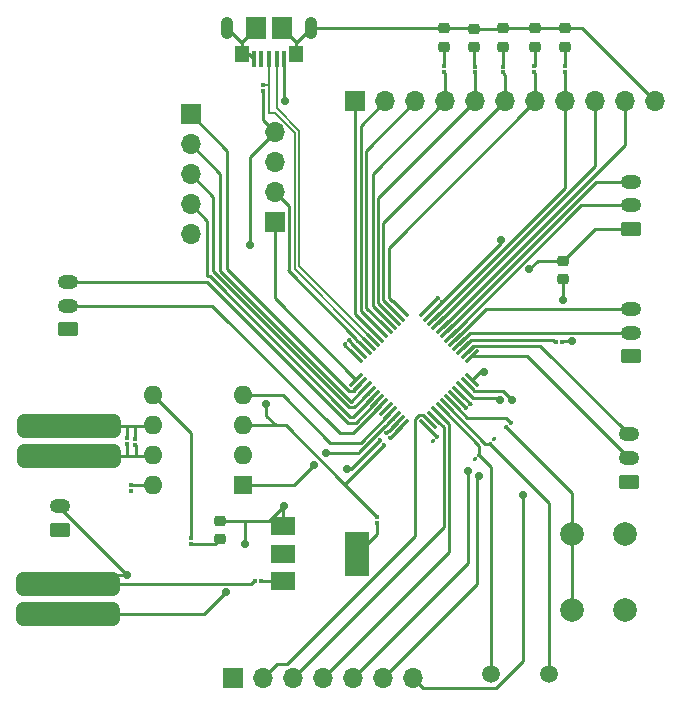
<source format=gbr>
%TF.GenerationSoftware,KiCad,Pcbnew,7.0.10*%
%TF.CreationDate,2024-07-04T11:23:38+05:30*%
%TF.ProjectId,Drive_Node,44726976-655f-44e6-9f64-652e6b696361,rev?*%
%TF.SameCoordinates,Original*%
%TF.FileFunction,Copper,L1,Top*%
%TF.FilePolarity,Positive*%
%FSLAX46Y46*%
G04 Gerber Fmt 4.6, Leading zero omitted, Abs format (unit mm)*
G04 Created by KiCad (PCBNEW 7.0.10) date 2024-07-04 11:23:38*
%MOMM*%
%LPD*%
G01*
G04 APERTURE LIST*
G04 Aperture macros list*
%AMRoundRect*
0 Rectangle with rounded corners*
0 $1 Rounding radius*
0 $2 $3 $4 $5 $6 $7 $8 $9 X,Y pos of 4 corners*
0 Add a 4 corners polygon primitive as box body*
4,1,4,$2,$3,$4,$5,$6,$7,$8,$9,$2,$3,0*
0 Add four circle primitives for the rounded corners*
1,1,$1+$1,$2,$3*
1,1,$1+$1,$4,$5*
1,1,$1+$1,$6,$7*
1,1,$1+$1,$8,$9*
0 Add four rect primitives between the rounded corners*
20,1,$1+$1,$2,$3,$4,$5,0*
20,1,$1+$1,$4,$5,$6,$7,0*
20,1,$1+$1,$6,$7,$8,$9,0*
20,1,$1+$1,$8,$9,$2,$3,0*%
G04 Aperture macros list end*
%TA.AperFunction,SMDPad,CuDef*%
%ADD10RoundRect,0.075000X0.075000X-0.125000X0.075000X0.125000X-0.075000X0.125000X-0.075000X-0.125000X0*%
%TD*%
%TA.AperFunction,SMDPad,CuDef*%
%ADD11RoundRect,0.075000X0.035355X0.141421X-0.141421X-0.035355X-0.035355X-0.141421X0.141421X0.035355X0*%
%TD*%
%TA.AperFunction,SMDPad,CuDef*%
%ADD12RoundRect,0.075000X0.141421X-0.035355X-0.035355X0.141421X-0.141421X0.035355X0.035355X-0.141421X0*%
%TD*%
%TA.AperFunction,SMDPad,CuDef*%
%ADD13RoundRect,0.075000X-0.035355X-0.141421X0.141421X0.035355X0.035355X0.141421X-0.141421X-0.035355X0*%
%TD*%
%TA.AperFunction,SMDPad,CuDef*%
%ADD14RoundRect,0.075000X-0.125000X-0.075000X0.125000X-0.075000X0.125000X0.075000X-0.125000X0.075000X0*%
%TD*%
%TA.AperFunction,SMDPad,CuDef*%
%ADD15RoundRect,0.075000X-0.141421X0.035355X0.035355X-0.141421X0.141421X-0.035355X-0.035355X0.141421X0*%
%TD*%
%TA.AperFunction,SMDPad,CuDef*%
%ADD16RoundRect,0.218750X-0.256250X0.218750X-0.256250X-0.218750X0.256250X-0.218750X0.256250X0.218750X0*%
%TD*%
%TA.AperFunction,SMDPad,CuDef*%
%ADD17RoundRect,0.500000X3.881500X0.500000X-3.881500X0.500000X-3.881500X-0.500000X3.881500X-0.500000X0*%
%TD*%
%TA.AperFunction,ComponentPad*%
%ADD18R,1.700000X1.700000*%
%TD*%
%TA.AperFunction,ComponentPad*%
%ADD19O,1.700000X1.700000*%
%TD*%
%TA.AperFunction,SMDPad,CuDef*%
%ADD20R,0.400000X1.400000*%
%TD*%
%TA.AperFunction,ComponentPad*%
%ADD21O,1.050000X1.900000*%
%TD*%
%TA.AperFunction,SMDPad,CuDef*%
%ADD22R,1.150000X1.450000*%
%TD*%
%TA.AperFunction,SMDPad,CuDef*%
%ADD23R,1.750000X1.900000*%
%TD*%
%TA.AperFunction,ComponentPad*%
%ADD24RoundRect,0.250000X0.625000X-0.350000X0.625000X0.350000X-0.625000X0.350000X-0.625000X-0.350000X0*%
%TD*%
%TA.AperFunction,ComponentPad*%
%ADD25O,1.750000X1.200000*%
%TD*%
%TA.AperFunction,SMDPad,CuDef*%
%ADD26RoundRect,0.075000X0.521491X-0.415425X-0.415425X0.521491X-0.521491X0.415425X0.415425X-0.521491X0*%
%TD*%
%TA.AperFunction,SMDPad,CuDef*%
%ADD27RoundRect,0.075000X0.521491X0.415425X0.415425X0.521491X-0.521491X-0.415425X-0.415425X-0.521491X0*%
%TD*%
%TA.AperFunction,SMDPad,CuDef*%
%ADD28R,2.000000X1.500000*%
%TD*%
%TA.AperFunction,SMDPad,CuDef*%
%ADD29R,2.000000X3.800000*%
%TD*%
%TA.AperFunction,ComponentPad*%
%ADD30C,2.000000*%
%TD*%
%TA.AperFunction,ComponentPad*%
%ADD31C,1.500000*%
%TD*%
%TA.AperFunction,ComponentPad*%
%ADD32R,1.600000X1.600000*%
%TD*%
%TA.AperFunction,ComponentPad*%
%ADD33O,1.600000X1.600000*%
%TD*%
%TA.AperFunction,ViaPad*%
%ADD34C,0.700000*%
%TD*%
%TA.AperFunction,Conductor*%
%ADD35C,0.250000*%
%TD*%
%TA.AperFunction,Conductor*%
%ADD36C,0.200000*%
%TD*%
G04 APERTURE END LIST*
D10*
%TO.P,C1,1*%
%TO.N,CAN_H*%
X121846446Y-87549999D03*
%TO.P,C1,2*%
%TO.N,CAN_L*%
X121846446Y-87049999D03*
%TD*%
D11*
%TO.P,C2,1*%
%TO.N,Net-(U1-NRST)*%
X154323223Y-85723223D03*
%TO.P,C2,2*%
%TO.N,Net-(C2-Pad2)*%
X153969669Y-86076777D03*
%TD*%
D12*
%TO.P,C3,1*%
%TO.N,+3.3V*%
X143617677Y-87571231D03*
%TO.P,C3,2*%
%TO.N,GND*%
X143264123Y-87217677D03*
%TD*%
D13*
%TO.P,C4,1*%
%TO.N,GND*%
X151269670Y-88776776D03*
%TO.P,C4,2*%
%TO.N,/Microcontroller+USB/HSE_OUT*%
X151623224Y-88423222D03*
%TD*%
D11*
%TO.P,C5,1*%
%TO.N,+3.3V*%
X150923223Y-84123223D03*
%TO.P,C5,2*%
%TO.N,GND*%
X150569669Y-84476777D03*
%TD*%
%TO.P,C6,1*%
%TO.N,GND*%
X152923223Y-87123223D03*
%TO.P,C6,2*%
%TO.N,/Microcontroller+USB/HSE_IN*%
X152569669Y-87476777D03*
%TD*%
D13*
%TO.P,C7,1*%
%TO.N,+3.3V*%
X140269669Y-79076776D03*
%TO.P,C7,2*%
%TO.N,GND*%
X140623223Y-78723222D03*
%TD*%
D12*
%TO.P,C8,1*%
%TO.N,+3.3V*%
X144123223Y-86976776D03*
%TO.P,C8,2*%
%TO.N,GND*%
X143769669Y-86623222D03*
%TD*%
D11*
%TO.P,C9,1*%
%TO.N,+3.3V*%
X148100000Y-86946446D03*
%TO.P,C9,2*%
%TO.N,GND*%
X147746446Y-87300000D03*
%TD*%
D14*
%TO.P,C10,1*%
%TO.N,+5V*%
X132646446Y-99099999D03*
%TO.P,C10,2*%
%TO.N,Net-(U2-VI)*%
X133146446Y-99099999D03*
%TD*%
D10*
%TO.P,C11,1*%
%TO.N,Net-(U2-VO)*%
X143046447Y-94225000D03*
%TO.P,C11,2*%
%TO.N,+3.3V*%
X143046447Y-93725000D03*
%TD*%
D15*
%TO.P,C12,1*%
%TO.N,+3.3V*%
X148175216Y-75128769D03*
%TO.P,C12,2*%
%TO.N,GND*%
X148528770Y-75482323D03*
%TD*%
D16*
%TO.P,D1,1,K*%
%TO.N,GND*%
X129746446Y-94000000D03*
%TO.P,D1,2,A*%
%TO.N,Net-(D1-A)*%
X129746446Y-95575000D03*
%TD*%
%TO.P,D3,1,K*%
%TO.N,GND*%
X158946446Y-52312500D03*
%TO.P,D3,2,A*%
%TO.N,Net-(D3-A)*%
X158946446Y-53887500D03*
%TD*%
%TO.P,D4,1,K*%
%TO.N,GND*%
X156346446Y-52324999D03*
%TO.P,D4,2,A*%
%TO.N,Net-(D4-A)*%
X156346446Y-53899999D03*
%TD*%
%TO.P,D5,1,K*%
%TO.N,GND*%
X153646446Y-52325000D03*
%TO.P,D5,2,A*%
%TO.N,Net-(D5-A)*%
X153646446Y-53900000D03*
%TD*%
%TO.P,D6,2,A*%
%TO.N,Net-(D6-A)*%
X151246446Y-53912500D03*
%TO.P,D6,1,K*%
%TO.N,GND*%
X151246446Y-52337500D03*
%TD*%
%TO.P,D7,1,K*%
%TO.N,GND*%
X158746446Y-72012500D03*
%TO.P,D7,2,A*%
%TO.N,Net-(D7-A)*%
X158746446Y-73587500D03*
%TD*%
%TO.P,D8,2,A*%
%TO.N,Net-(D8-A)*%
X148646446Y-53900000D03*
%TO.P,D8,1,K*%
%TO.N,GND*%
X148646446Y-52325000D03*
%TD*%
D10*
%TO.P,R1,1*%
%TO.N,+3.3V*%
X133346446Y-57650000D03*
%TO.P,R1,2*%
%TO.N,USB_D+*%
X133346446Y-57150000D03*
%TD*%
%TO.P,R2,1*%
%TO.N,GND*%
X122146446Y-91500000D03*
%TO.P,R2,2*%
%TO.N,Net-(U3-Rs)*%
X122146446Y-91000000D03*
%TD*%
%TO.P,R3,1*%
%TO.N,Net-(D1-A)*%
X127246446Y-96000000D03*
%TO.P,R3,2*%
%TO.N,Net-(U3-Vref)*%
X127246446Y-95500000D03*
%TD*%
%TO.P,R4,1*%
%TO.N,CAN_H*%
X122546446Y-87599999D03*
%TO.P,R4,2*%
%TO.N,CAN_L*%
X122546446Y-87099999D03*
%TD*%
D14*
%TO.P,R5,1*%
%TO.N,Net-(U1-PA5)*%
X158146446Y-78900000D03*
%TO.P,R5,2*%
%TO.N,Net-(D7-A)*%
X158646446Y-78900000D03*
%TD*%
D10*
%TO.P,R6,1*%
%TO.N,PB11*%
X158906446Y-56035000D03*
%TO.P,R6,2*%
%TO.N,Net-(D3-A)*%
X158906446Y-55535000D03*
%TD*%
%TO.P,R7,1*%
%TO.N,PB12*%
X156306446Y-56034999D03*
%TO.P,R7,2*%
%TO.N,Net-(D4-A)*%
X156306446Y-55534999D03*
%TD*%
%TO.P,R8,2*%
%TO.N,Net-(D5-A)*%
X153706446Y-55560000D03*
%TO.P,R8,1*%
%TO.N,PB13*%
X153706446Y-56060000D03*
%TD*%
%TO.P,R9,2*%
%TO.N,Net-(D6-A)*%
X151306446Y-55559999D03*
%TO.P,R9,1*%
%TO.N,PB14*%
X151306446Y-56059999D03*
%TD*%
%TO.P,R10,1*%
%TO.N,PB15*%
X148706446Y-56035000D03*
%TO.P,R10,2*%
%TO.N,Net-(D8-A)*%
X148706446Y-55535000D03*
%TD*%
D17*
%TO.P,J12,1,Pin_1*%
%TO.N,GND*%
X116846446Y-101900000D03*
%TO.P,J12,2,Pin_2*%
%TO.N,+5V*%
X116846446Y-99360000D03*
%TD*%
D18*
%TO.P,J15,1,Pin_1*%
%TO.N,PA15*%
X127246446Y-59600000D03*
D19*
%TO.P,J15,2,Pin_2*%
%TO.N,PB3*%
X127246446Y-62140000D03*
%TO.P,J15,3,Pin_3*%
%TO.N,PB4*%
X127246446Y-64680000D03*
%TO.P,J15,4,Pin_4*%
%TO.N,PB5*%
X127246446Y-67220000D03*
%TO.P,J15,5,Pin_5*%
%TO.N,GND*%
X127246446Y-69760000D03*
%TD*%
D18*
%TO.P,J2,1,Pin_1*%
%TO.N,SWCLK*%
X134346447Y-68699999D03*
D19*
%TO.P,J2,2,Pin_2*%
%TO.N,SWDIO*%
X134346447Y-66159999D03*
%TO.P,J2,3,Pin_3*%
%TO.N,GND*%
X134346447Y-63619999D03*
%TO.P,J2,4,Pin_4*%
%TO.N,+3.3V*%
X134346447Y-61079999D03*
%TD*%
D20*
%TO.P,J13,1,VBUS*%
%TO.N,+5V*%
X135171446Y-54950000D03*
%TO.P,J13,2,D-*%
%TO.N,USB_D-*%
X134521446Y-54950000D03*
%TO.P,J13,3,D+*%
%TO.N,USB_D+*%
X133871446Y-54950000D03*
%TO.P,J13,4,ID*%
%TO.N,unconnected-(J13-ID-Pad4)*%
X133221446Y-54950000D03*
%TO.P,J13,5,GND*%
%TO.N,GND*%
X132571446Y-54950000D03*
D21*
%TO.P,J13,6,Shield*%
X137446446Y-52300000D03*
D22*
X136191446Y-54530000D03*
D23*
X134996446Y-52300000D03*
X132746446Y-52300000D03*
D22*
X131551446Y-54530000D03*
D21*
X130296446Y-52300000D03*
%TD*%
D18*
%TO.P,J8,1,Pin_1*%
%TO.N,GND*%
X130821446Y-107300000D03*
D19*
%TO.P,J8,2,Pin_2*%
%TO.N,PC13*%
X133361446Y-107300000D03*
%TO.P,J8,3,Pin_3*%
%TO.N,PC14*%
X135901446Y-107300000D03*
%TO.P,J8,4,Pin_4*%
%TO.N,PC15*%
X138441446Y-107300000D03*
%TO.P,J8,5,Pin_5*%
%TO.N,PA0*%
X140981446Y-107300000D03*
%TO.P,J8,6,Pin_6*%
%TO.N,PA1*%
X143521446Y-107300000D03*
%TO.P,J8,7,Pin_7*%
%TO.N,PA2*%
X146061446Y-107300000D03*
%TD*%
D17*
%TO.P,J1,1,Pin_1*%
%TO.N,CAN_H*%
X116946446Y-88540000D03*
%TO.P,J1,2,Pin_2*%
%TO.N,CAN_L*%
X116946446Y-86000000D03*
%TD*%
D24*
%TO.P,J6,1,Pin_1*%
%TO.N,GND*%
X164546446Y-80100000D03*
D25*
%TO.P,J6,2,Pin_2*%
%TO.N,PWM2*%
X164546446Y-78100000D03*
%TO.P,J6,3,Pin_3*%
%TO.N,DIR2*%
X164546446Y-76100000D03*
%TD*%
D26*
%TO.P,U1,1,VBAT*%
%TO.N,+3.3V*%
X147145234Y-85987876D03*
%TO.P,U1,2,PC13*%
%TO.N,PC13*%
X147498788Y-85634322D03*
%TO.P,U1,3,PC14*%
%TO.N,PC14*%
X147852341Y-85280769D03*
%TO.P,U1,4,PC15*%
%TO.N,PC15*%
X148205895Y-84927215D03*
%TO.P,U1,5,PD0*%
%TO.N,/Microcontroller+USB/HSE_OUT*%
X148559448Y-84573662D03*
%TO.P,U1,6,PD1*%
%TO.N,/Microcontroller+USB/HSE_IN*%
X148913001Y-84220109D03*
%TO.P,U1,7,NRST*%
%TO.N,Net-(U1-NRST)*%
X149266555Y-83866555D03*
%TO.P,U1,8,VSSA*%
%TO.N,GND*%
X149620108Y-83513002D03*
%TO.P,U1,9,VDDA*%
%TO.N,+3.3V*%
X149973661Y-83159449D03*
%TO.P,U1,10,PA0*%
%TO.N,PA0*%
X150327215Y-82805895D03*
%TO.P,U1,11,PA1*%
%TO.N,PA1*%
X150680768Y-82452342D03*
%TO.P,U1,12,PA2*%
%TO.N,PA2*%
X151034322Y-82098788D03*
D27*
%TO.P,U1,13,PA3*%
%TO.N,PWM1*%
X151034322Y-80101212D03*
%TO.P,U1,14,PA4*%
%TO.N,DIR1*%
X150680768Y-79747658D03*
%TO.P,U1,15,PA5*%
%TO.N,Net-(U1-PA5)*%
X150327215Y-79394105D03*
%TO.P,U1,16,PA6*%
%TO.N,PWM2*%
X149973661Y-79040551D03*
%TO.P,U1,17,PA7*%
%TO.N,DIR2*%
X149620108Y-78686998D03*
%TO.P,U1,18,PB0*%
%TO.N,PWM3*%
X149266555Y-78333445D03*
%TO.P,U1,19,PB1*%
%TO.N,DIR3*%
X148913001Y-77979891D03*
%TO.P,U1,20,PB2*%
%TO.N,PB2*%
X148559448Y-77626338D03*
%TO.P,U1,21,PB10*%
%TO.N,PB10*%
X148205895Y-77272785D03*
%TO.P,U1,22,PB11*%
%TO.N,PB11*%
X147852341Y-76919231D03*
%TO.P,U1,23,VSS*%
%TO.N,GND*%
X147498788Y-76565678D03*
%TO.P,U1,24,VDD*%
%TO.N,+3.3V*%
X147145234Y-76212124D03*
D26*
%TO.P,U1,25,PB12*%
%TO.N,PB12*%
X145147658Y-76212124D03*
%TO.P,U1,26,PB13*%
%TO.N,PB13*%
X144794104Y-76565678D03*
%TO.P,U1,27,PB14*%
%TO.N,PB14*%
X144440551Y-76919231D03*
%TO.P,U1,28,PB15*%
%TO.N,PB15*%
X144086997Y-77272785D03*
%TO.P,U1,29,PA8*%
%TO.N,PA8*%
X143733444Y-77626338D03*
%TO.P,U1,30,PA9*%
%TO.N,PA9*%
X143379891Y-77979891D03*
%TO.P,U1,31,PA10*%
%TO.N,PA10*%
X143026337Y-78333445D03*
%TO.P,U1,32,PA11*%
%TO.N,USB_D-*%
X142672784Y-78686998D03*
%TO.P,U1,33,PA12*%
%TO.N,USB_D+*%
X142319231Y-79040551D03*
%TO.P,U1,34,PA13*%
%TO.N,SWDIO*%
X141965677Y-79394105D03*
%TO.P,U1,35,VSS*%
%TO.N,GND*%
X141612124Y-79747658D03*
%TO.P,U1,36,VDD*%
%TO.N,+3.3V*%
X141258570Y-80101212D03*
D27*
%TO.P,U1,37,PA14*%
%TO.N,SWCLK*%
X141258570Y-82098788D03*
%TO.P,U1,38,PA15*%
%TO.N,PA15*%
X141612124Y-82452342D03*
%TO.P,U1,39,PB3*%
%TO.N,PB3*%
X141965677Y-82805895D03*
%TO.P,U1,40,PB4*%
%TO.N,PB4*%
X142319231Y-83159449D03*
%TO.P,U1,41,PB5*%
%TO.N,PB5*%
X142672784Y-83513002D03*
%TO.P,U1,42,PB6*%
%TO.N,SCL*%
X143026337Y-83866555D03*
%TO.P,U1,43,PB7*%
%TO.N,SDA*%
X143379891Y-84220109D03*
%TO.P,U1,44,BOOT0*%
%TO.N,GND*%
X143733444Y-84573662D03*
%TO.P,U1,45,PB8*%
%TO.N,CAN_RX*%
X144086997Y-84927215D03*
%TO.P,U1,46,PB9*%
%TO.N,CAN_TX*%
X144440551Y-85280769D03*
%TO.P,U1,47,VSS*%
%TO.N,GND*%
X144794104Y-85634322D03*
%TO.P,U1,48,VDD*%
%TO.N,+3.3V*%
X145147658Y-85987876D03*
%TD*%
D28*
%TO.P,U2,1,ADJ*%
%TO.N,GND*%
X135046446Y-94499999D03*
%TO.P,U2,2,VO*%
%TO.N,Net-(U2-VO)*%
X135046446Y-96799999D03*
D29*
X141346446Y-96799999D03*
D28*
%TO.P,U2,3,VI*%
%TO.N,Net-(U2-VI)*%
X135046446Y-99099999D03*
%TD*%
D18*
%TO.P,J14,1,Pin_1*%
%TO.N,PA10*%
X141166446Y-58500000D03*
D19*
%TO.P,J14,2,Pin_2*%
%TO.N,PA9*%
X143706446Y-58500000D03*
%TO.P,J14,3,Pin_3*%
%TO.N,PA8*%
X146246446Y-58500000D03*
%TO.P,J14,4,Pin_4*%
%TO.N,PB15*%
X148786446Y-58500000D03*
%TO.P,J14,5,Pin_5*%
%TO.N,PB14*%
X151326446Y-58500000D03*
%TO.P,J14,6,Pin_6*%
%TO.N,PB13*%
X153866446Y-58500000D03*
%TO.P,J14,7,Pin_7*%
%TO.N,PB12*%
X156406446Y-58500000D03*
%TO.P,J14,8,Pin_8*%
%TO.N,PB11*%
X158946446Y-58500000D03*
%TO.P,J14,9,Pin_9*%
%TO.N,PB10*%
X161486446Y-58500000D03*
%TO.P,J14,10,Pin_10*%
%TO.N,PB2*%
X164026446Y-58500000D03*
%TO.P,J14,11,Pin_11*%
%TO.N,GND*%
X166566446Y-58500000D03*
%TD*%
D24*
%TO.P,J3,1,Pin_1*%
%TO.N,GND*%
X116846446Y-77800000D03*
D25*
%TO.P,J3,2,Pin_2*%
%TO.N,SDA*%
X116846446Y-75800000D03*
%TO.P,J3,3,Pin_3*%
%TO.N,SCL*%
X116846446Y-73800000D03*
%TD*%
D30*
%TO.P,SW1,1,1*%
%TO.N,GND*%
X164046446Y-95099999D03*
X164046446Y-101599999D03*
%TO.P,SW1,2,2*%
%TO.N,Net-(C2-Pad2)*%
X159546446Y-95099999D03*
X159546446Y-101599999D03*
%TD*%
D31*
%TO.P,Y1,1,1*%
%TO.N,/Microcontroller+USB/HSE_OUT*%
X152696446Y-107000000D03*
%TO.P,Y1,2,2*%
%TO.N,/Microcontroller+USB/HSE_IN*%
X157576446Y-107000000D03*
%TD*%
D32*
%TO.P,U3,1,TXD*%
%TO.N,CAN_TX*%
X131646446Y-91000000D03*
D33*
%TO.P,U3,2,VSS*%
%TO.N,GND*%
X131646446Y-88460000D03*
%TO.P,U3,3,VDD*%
%TO.N,+3.3V*%
X131646446Y-85920000D03*
%TO.P,U3,4,RXD*%
%TO.N,CAN_RX*%
X131646446Y-83380000D03*
%TO.P,U3,5,Vref*%
%TO.N,Net-(U3-Vref)*%
X124026446Y-83380000D03*
%TO.P,U3,6,CANL*%
%TO.N,CAN_L*%
X124026446Y-85920000D03*
%TO.P,U3,7,CANH*%
%TO.N,CAN_H*%
X124026446Y-88460000D03*
%TO.P,U3,8,Rs*%
%TO.N,Net-(U3-Rs)*%
X124026446Y-91000000D03*
%TD*%
D24*
%TO.P,J5,1,Pin_1*%
%TO.N,GND*%
X164346446Y-90699999D03*
D25*
%TO.P,J5,2,Pin_2*%
%TO.N,PWM1*%
X164346446Y-88699999D03*
%TO.P,J5,3,Pin_3*%
%TO.N,DIR1*%
X164346446Y-86699999D03*
%TD*%
D24*
%TO.P,J4,1,Pin_1*%
%TO.N,GND*%
X116146446Y-94799999D03*
D25*
%TO.P,J4,2,Pin_2*%
%TO.N,+5V*%
X116146446Y-92799999D03*
%TD*%
D24*
%TO.P,J7,1,Pin_1*%
%TO.N,GND*%
X164546446Y-69300000D03*
D25*
%TO.P,J7,2,Pin_2*%
%TO.N,PWM3*%
X164546446Y-67300000D03*
%TO.P,J7,3,Pin_3*%
%TO.N,DIR3*%
X164546446Y-65300000D03*
%TD*%
D34*
%TO.N,+3.3V*%
X133646446Y-84104999D03*
X132246446Y-70699999D03*
%TO.N,+5V*%
X121846446Y-98600000D03*
X135221446Y-58500000D03*
%TO.N,CAN_TX*%
X138659099Y-88287347D03*
X137633793Y-89312653D03*
%TO.N,GND*%
X155912654Y-72712650D03*
X130200000Y-100085000D03*
X153523133Y-70223133D03*
X135100000Y-92800000D03*
X140500000Y-89600000D03*
X131800000Y-96000000D03*
%TO.N,Net-(D7-A)*%
X158746446Y-75300000D03*
X159546446Y-78825000D03*
%TO.N,PA0*%
X153446447Y-83800000D03*
X150746446Y-89799999D03*
%TO.N,PA1*%
X151640876Y-90247215D03*
X154446449Y-83799999D03*
%TO.N,PA2*%
X152046446Y-81400000D03*
X155346446Y-91800000D03*
%TD*%
D35*
%TO.N,/Microcontroller+USB/HSE_OUT*%
X152696446Y-107000000D02*
X152696446Y-89461092D01*
X152696446Y-89461092D02*
X151640900Y-88405546D01*
X151640900Y-87655113D02*
X151640900Y-88405546D01*
%TO.N,/Microcontroller+USB/HSE_IN*%
X157576447Y-92518908D02*
X152551993Y-87494454D01*
X152187346Y-87494454D02*
X152551993Y-87494454D01*
X157576446Y-107000000D02*
X157576447Y-92518908D01*
X148913001Y-84220109D02*
X152187346Y-87494454D01*
%TO.N,/Microcontroller+USB/HSE_OUT*%
X148559448Y-84573661D02*
X151640900Y-87655113D01*
%TO.N,PC13*%
X146222273Y-85408235D02*
X146565593Y-85064915D01*
X146565593Y-85064915D02*
X146929381Y-85064915D01*
X146222273Y-95324173D02*
X146222273Y-85408235D01*
%TO.N,+3.3V*%
X147176784Y-85987876D02*
X148117677Y-86928769D01*
%TO.N,PC14*%
X148642891Y-86071318D02*
X147852341Y-85280769D01*
%TO.N,PC15*%
X149092891Y-85814211D02*
X148205895Y-84927215D01*
%TO.N,PC14*%
X148642891Y-94558554D02*
X148642891Y-86071318D01*
%TO.N,PC15*%
X149092891Y-96648555D02*
X149092891Y-85814211D01*
%TO.N,Net-(D6-A)*%
X151246446Y-55475000D02*
X151306446Y-55535000D01*
%TO.N,CAN_H*%
X123946446Y-88540000D02*
X124026447Y-88459999D01*
X121846446Y-88539999D02*
X121846446Y-87574999D01*
X122571446Y-87625000D02*
X122546446Y-87624999D01*
X116946446Y-88539999D02*
X121846446Y-88539999D01*
X121846446Y-88539999D02*
X122646446Y-88539999D01*
X122646446Y-88539999D02*
X122646446Y-87700000D01*
X122646446Y-88539999D02*
X123946446Y-88540000D01*
X122646446Y-87700000D02*
X122571446Y-87625000D01*
%TO.N,CAN_L*%
X116946446Y-86000000D02*
X121846446Y-86000000D01*
X122546446Y-86000000D02*
X123946446Y-85999999D01*
X121846446Y-86000000D02*
X121846446Y-87025000D01*
X123946446Y-85999999D02*
X124026446Y-85919999D01*
X122546446Y-86000000D02*
X122546446Y-87075000D01*
X121846446Y-86000000D02*
X122546446Y-86000000D01*
%TO.N,Net-(U1-NRST)*%
X149930332Y-84530331D02*
X149930333Y-84579902D01*
X149930333Y-84579902D02*
X150650430Y-85299999D01*
X153935354Y-85299999D02*
X154340901Y-85705546D01*
X149266555Y-83866555D02*
X149930332Y-84530331D01*
X150650430Y-85299999D02*
X153935354Y-85299999D01*
%TO.N,Net-(C2-Pad2)*%
X159546446Y-91688907D02*
X153951993Y-86094454D01*
X159546446Y-101600000D02*
X159546446Y-95100000D01*
X159546446Y-95100000D02*
X159546446Y-91688907D01*
%TO.N,+3.3V*%
X145147478Y-85987876D02*
X144140900Y-86994453D01*
X134446446Y-85920000D02*
X135266446Y-85920000D01*
X140424262Y-90799999D02*
X143635353Y-87588908D01*
X149973661Y-83159449D02*
X149994802Y-83159449D01*
X140146446Y-90800000D02*
X140424262Y-90799999D01*
X140146446Y-90800000D02*
X143046446Y-93699999D01*
X135266446Y-85920000D02*
X140146446Y-90800000D01*
X134346446Y-61080000D02*
X133346446Y-60079999D01*
X132246446Y-63179999D02*
X134346446Y-61080000D01*
X133646446Y-85120000D02*
X134446446Y-85920000D01*
X133646446Y-84104999D02*
X133646446Y-85120000D01*
X149994802Y-83159449D02*
X150940900Y-84105546D01*
X132246446Y-70699999D02*
X132246446Y-63179999D01*
X141258570Y-80101031D02*
X140251992Y-79094454D01*
X131646446Y-85920000D02*
X133646446Y-85920000D01*
X141258570Y-80101212D02*
X141258570Y-80101031D01*
X147145234Y-76123395D02*
X148157538Y-75111091D01*
X133346446Y-60079999D02*
X133346446Y-57675000D01*
X133646446Y-85920000D02*
X134446446Y-85920000D01*
X145147658Y-85987876D02*
X145147478Y-85987876D01*
X147145234Y-85987876D02*
X147176784Y-85987876D01*
X147145234Y-76212123D02*
X147145234Y-76123395D01*
%TO.N,+5V*%
X117606446Y-98600000D02*
X116846446Y-99360000D01*
X116146446Y-92899999D02*
X121846446Y-98600000D01*
X121846446Y-98600000D02*
X117606446Y-98600000D01*
X132361447Y-99360000D02*
X132621446Y-99100000D01*
X116846446Y-99360000D02*
X132361447Y-99360000D01*
X135171446Y-54949999D02*
X135171446Y-58449999D01*
X116146446Y-92800000D02*
X116146446Y-92899999D01*
X135171446Y-58449999D02*
X135221446Y-58500000D01*
%TO.N,Net-(U2-VI)*%
X135046446Y-99100000D02*
X133171446Y-99099999D01*
%TO.N,Net-(U2-VO)*%
X141346446Y-96800000D02*
X143046447Y-95099999D01*
X143046447Y-95099999D02*
X143046446Y-94250000D01*
%TO.N,Net-(D1-A)*%
X129296446Y-96024999D02*
X127246446Y-96024999D01*
X129746446Y-95574999D02*
X129296446Y-96024999D01*
%TO.N,SWDIO*%
X135521446Y-67334999D02*
X134346446Y-66159999D01*
X135521446Y-72725000D02*
X135521446Y-67334999D01*
X141262560Y-78616113D02*
X135446446Y-72800000D01*
X141262560Y-78690988D02*
X141262560Y-78616113D01*
X141965677Y-79394105D02*
X141262560Y-78690988D01*
X135446446Y-72800000D02*
X135521446Y-72725000D01*
%TO.N,SWCLK*%
X134346446Y-75186664D02*
X141258570Y-82098788D01*
X134346447Y-68699999D02*
X134346446Y-75186664D01*
%TO.N,SDA*%
X116846446Y-75799999D02*
X129046446Y-75800000D01*
X129046446Y-75800000D02*
X139846445Y-86600000D01*
X141000000Y-86600000D02*
X143379891Y-84220109D01*
X139846445Y-86600000D02*
X141000000Y-86600000D01*
%TO.N,DIR1*%
X164346446Y-86699999D02*
X156824697Y-79178251D01*
X151250175Y-79178250D02*
X150680768Y-79747657D01*
X156824697Y-79178251D02*
X151250175Y-79178250D01*
%TO.N,PWM1*%
X155546446Y-80100000D02*
X155545234Y-80101212D01*
X155545234Y-80101212D02*
X151034322Y-80101211D01*
X164346446Y-88700000D02*
X155746446Y-80100000D01*
X155746446Y-80100000D02*
X155546446Y-80100000D01*
%TO.N,DIR2*%
X164546446Y-76100000D02*
X152207106Y-76100000D01*
X152207106Y-76100000D02*
X149620109Y-78686997D01*
%TO.N,PWM2*%
X150914212Y-78099999D02*
X149973661Y-79040550D01*
X164546446Y-78099999D02*
X150914212Y-78099999D01*
%TO.N,DIR3*%
X164546445Y-65299999D02*
X161592892Y-65299999D01*
X161592892Y-65299999D02*
X148913001Y-77979890D01*
%TO.N,PWM3*%
X160300000Y-67299999D02*
X149266555Y-78333444D01*
X164546446Y-67299999D02*
X160300000Y-67299999D01*
%TO.N,PA8*%
X142066446Y-62679999D02*
X142066446Y-75959340D01*
X146246446Y-58500000D02*
X142066446Y-62679999D01*
X142066446Y-75959340D02*
X143733444Y-77626338D01*
%TO.N,PA9*%
X141616446Y-60589999D02*
X141616446Y-76216446D01*
X143706446Y-58500000D02*
X141616446Y-60589999D01*
X141616446Y-76216446D02*
X143379891Y-77979891D01*
%TO.N,PA10*%
X141166446Y-76473554D02*
X143026337Y-78333445D01*
X141166446Y-58500000D02*
X141166446Y-76473554D01*
%TO.N,PC13*%
X146929381Y-85064915D02*
X147498788Y-85634322D01*
X133361446Y-107299999D02*
X134536446Y-106124999D01*
X135421446Y-106125000D02*
X146222273Y-95324173D01*
X134536446Y-106124999D02*
X135421446Y-106125000D01*
%TO.N,PC14*%
X135901446Y-107299999D02*
X148642891Y-94558554D01*
%TO.N,PC15*%
X138441446Y-107300000D02*
X149092891Y-96648555D01*
%TO.N,PB3*%
X140814644Y-83931801D02*
X141940551Y-82805894D01*
X141940551Y-82805894D02*
X141965677Y-82805895D01*
X129746446Y-64639999D02*
X129746446Y-72863603D01*
X129746446Y-72863603D02*
X140814644Y-83931801D01*
X127246446Y-62139999D02*
X129746446Y-64639999D01*
%TO.N,PB4*%
X129146446Y-66579999D02*
X129146446Y-72899999D01*
X127246446Y-64679999D02*
X129146446Y-66579999D01*
X140646446Y-84399999D02*
X141078679Y-84399999D01*
X129146446Y-72899999D02*
X140646446Y-84399999D01*
X141078679Y-84399999D02*
X142319230Y-83159449D01*
%TO.N,PB5*%
X140746446Y-85200000D02*
X140985786Y-85200000D01*
X128646446Y-73299999D02*
X128846446Y-73300000D01*
X140985786Y-85200000D02*
X142672784Y-83513002D01*
X128646445Y-68619999D02*
X128646446Y-73299999D01*
X127246445Y-67219999D02*
X128646445Y-68619999D01*
X128846446Y-73300000D02*
X140746446Y-85200000D01*
%TO.N,PB12*%
X156406446Y-58500000D02*
X156406446Y-56159999D01*
X144326346Y-75390811D02*
X145147658Y-76212124D01*
X156406446Y-56159999D02*
X156306446Y-56060000D01*
X144006446Y-70900000D02*
X143996446Y-70900000D01*
X143996446Y-75131623D02*
X144255634Y-75390811D01*
X144255634Y-75390811D02*
X144326346Y-75390811D01*
X143996446Y-70900000D02*
X143996446Y-75131623D01*
X156406446Y-58500000D02*
X144006446Y-70900000D01*
%TO.N,PB13*%
X143546446Y-68820000D02*
X143546446Y-75318020D01*
X143546446Y-75318020D02*
X144794104Y-76565678D01*
X153866446Y-58500000D02*
X143546446Y-68820000D01*
X153866446Y-58500000D02*
X153866446Y-56244999D01*
X153866446Y-56244999D02*
X153706446Y-56084999D01*
%TO.N,PB14*%
X151326446Y-58500000D02*
X143096446Y-66730000D01*
X151326446Y-56104999D02*
X151306447Y-56084999D01*
X143096446Y-66730000D02*
X143096446Y-75575125D01*
X151326446Y-58500000D02*
X151326446Y-56104999D01*
X143096446Y-75575125D02*
X144440551Y-76919230D01*
%TO.N,PB15*%
X142646445Y-64639999D02*
X142646446Y-75832233D01*
X148786446Y-58499999D02*
X148786446Y-56139999D01*
X142646446Y-75832233D02*
X144086997Y-77272785D01*
X148786446Y-58499999D02*
X142646445Y-64639999D01*
X148786446Y-56139999D02*
X148706446Y-56059999D01*
D36*
%TO.N,USB_D-*%
X136446446Y-60987968D02*
X134521446Y-59062968D01*
X134521446Y-59062968D02*
X134521446Y-54950000D01*
X142672785Y-78686997D02*
X136446446Y-72460659D01*
X136446446Y-72460659D02*
X136446446Y-60987968D01*
%TO.N,USB_D+*%
X133346446Y-57150000D02*
X133821446Y-57149999D01*
X133821446Y-57149999D02*
X133871445Y-57100000D01*
X133871446Y-59474999D02*
X133871445Y-57100000D01*
X134392792Y-59499999D02*
X133846446Y-59499999D01*
X133871445Y-57100000D02*
X133871446Y-54950000D01*
X136046446Y-72699999D02*
X136046447Y-61153653D01*
X141774823Y-78496143D02*
X141774823Y-78428377D01*
X133846446Y-59499999D02*
X133871446Y-59474999D01*
X142319231Y-79040551D02*
X141774823Y-78496143D01*
X141774823Y-78428377D02*
X136046446Y-72699999D01*
X136046447Y-61153653D02*
X134392792Y-59499999D01*
D35*
%TO.N,Net-(U3-Rs)*%
X124026446Y-91000000D02*
X124001446Y-90975000D01*
X124001446Y-90975000D02*
X122146446Y-90974999D01*
%TO.N,Net-(U3-Vref)*%
X124026446Y-83379999D02*
X127246446Y-86600000D01*
X127246446Y-86600000D02*
X127246446Y-95475000D01*
%TO.N,PA15*%
X130346446Y-62700000D02*
X130346446Y-72689266D01*
X130346446Y-72689266D02*
X140678929Y-83021749D01*
X140678929Y-83021749D02*
X141042717Y-83021749D01*
X127246446Y-59600000D02*
X130346446Y-62700000D01*
X141042717Y-83021749D02*
X141612124Y-82452342D01*
%TO.N,SCL*%
X116846446Y-73800000D02*
X128646446Y-73800000D01*
X128646446Y-73800000D02*
X140546446Y-85700000D01*
X140546446Y-85700000D02*
X141192892Y-85699999D01*
X141192892Y-85699999D02*
X143026336Y-83866555D01*
%TO.N,CAN_RX*%
X131646446Y-83379999D02*
X135026446Y-83379999D01*
X139046446Y-87399999D02*
X141614212Y-87400000D01*
X141614212Y-87400000D02*
X144086997Y-84927215D01*
X135026446Y-83379999D02*
X139046446Y-87399999D01*
%TO.N,CAN_TX*%
X143640988Y-86080331D02*
X144440551Y-85280769D01*
X138659099Y-88287347D02*
X141451992Y-88287347D01*
X135946446Y-91000000D02*
X137633793Y-89312653D01*
X143570098Y-86080331D02*
X143640988Y-86080331D01*
X141451992Y-88287347D02*
X141451991Y-88198439D01*
X131646446Y-91000000D02*
X135946446Y-91000000D01*
X141451991Y-88198439D02*
X143570098Y-86080331D01*
%TO.N,PB11*%
X158946446Y-58500000D02*
X158946446Y-65825126D01*
X158946446Y-65825126D02*
X147852341Y-76919231D01*
X158946446Y-56099999D02*
X158906446Y-56059999D01*
X158946446Y-58499999D02*
X158946446Y-56099999D01*
%TO.N,GND*%
X142870711Y-87575735D02*
X143246446Y-87200000D01*
X156612804Y-72012500D02*
X155912654Y-72712650D01*
X160378946Y-52312500D02*
X166566446Y-58500000D01*
X148621446Y-52300000D02*
X148646446Y-52325000D01*
X136191446Y-54530000D02*
X136191446Y-53555000D01*
X140775735Y-89600000D02*
X142800000Y-87575735D01*
X131551446Y-53555000D02*
X130296446Y-52300000D01*
X135100000Y-92800000D02*
X133900000Y-94000000D01*
X147498788Y-76565677D02*
X147498788Y-76547657D01*
X136191446Y-53555000D02*
X137446446Y-52300000D01*
X147498788Y-76547657D02*
X148546446Y-75499999D01*
X158746446Y-72012500D02*
X156612804Y-72012500D01*
X131551446Y-54530000D02*
X131551446Y-53555000D01*
X131551446Y-54530000D02*
X132151446Y-54530000D01*
X135046446Y-94499999D02*
X135046446Y-92853554D01*
X131800000Y-96000000D02*
X131800000Y-94000000D01*
X161458946Y-69300000D02*
X158746446Y-72012500D01*
X143923652Y-86433885D02*
X143751992Y-86605545D01*
X132151446Y-54530000D02*
X132571446Y-54950000D01*
X134996446Y-52300000D02*
X136191446Y-53495000D01*
X164546446Y-69300000D02*
X161458946Y-69300000D01*
X158933947Y-52324999D02*
X158946446Y-52312500D01*
X144794103Y-85634322D02*
X143994540Y-86433885D01*
X151246446Y-52337500D02*
X153633946Y-52337500D01*
X136191446Y-53495000D02*
X136191446Y-54530000D01*
X137446446Y-52300000D02*
X148621446Y-52300000D01*
X150380332Y-84322794D02*
X150551992Y-84494454D01*
X140500000Y-89600000D02*
X140775735Y-89600000D01*
X133900000Y-94000000D02*
X131800000Y-94000000D01*
X128385000Y-101900000D02*
X130200000Y-100085000D01*
X153646446Y-52325000D02*
X156346446Y-52324999D01*
X153523133Y-70523314D02*
X148546447Y-75500000D01*
X135046446Y-92853554D02*
X135100000Y-92800000D01*
X143994540Y-86433885D02*
X143923652Y-86433885D01*
X153633946Y-52337500D02*
X153646446Y-52325000D01*
X131551446Y-53495000D02*
X131551446Y-54530000D01*
X156346446Y-52324999D02*
X158933947Y-52324999D01*
X131800000Y-94000000D02*
X129746446Y-94000000D01*
X150380332Y-84273226D02*
X150380332Y-84322794D01*
X140812560Y-78948093D02*
X140812560Y-78877206D01*
X149620108Y-83513002D02*
X150380332Y-84273226D01*
X151233946Y-52325000D02*
X151246446Y-52337500D01*
X116846446Y-101900000D02*
X128385000Y-101900000D01*
X148646446Y-52325000D02*
X151233946Y-52325000D01*
X153523133Y-70223133D02*
X153523133Y-70523314D01*
X142800000Y-87575735D02*
X142870711Y-87575735D01*
X140812560Y-78877206D02*
X140640900Y-78705546D01*
X158946446Y-52312500D02*
X160378946Y-52312500D01*
X141612124Y-79747658D02*
X140812560Y-78948093D01*
X132746446Y-52300000D02*
X131551446Y-53495000D01*
%TO.N,Net-(D7-A)*%
X158721446Y-78825000D02*
X158671447Y-78874999D01*
X158671447Y-78874999D02*
X158671446Y-78899999D01*
X158746446Y-73587499D02*
X158746446Y-75300000D01*
X159546446Y-78825000D02*
X158721446Y-78825000D01*
%TO.N,PA0*%
X151101652Y-83580331D02*
X150327215Y-82805894D01*
X150721445Y-97560001D02*
X150721445Y-89825000D01*
X150721445Y-89825000D02*
X150746446Y-89799999D01*
X153446447Y-83800000D02*
X153226778Y-83580331D01*
X140981446Y-107300000D02*
X150721445Y-97560001D01*
X153226778Y-83580331D02*
X151101652Y-83580331D01*
%TO.N,PA1*%
X151471446Y-99350000D02*
X151471446Y-90416644D01*
X151471446Y-90416644D02*
X151640876Y-90247215D01*
X154446449Y-83774697D02*
X153693500Y-83021749D01*
X153693500Y-83021749D02*
X151250175Y-83021749D01*
X151250175Y-83021749D02*
X150680768Y-82452342D01*
X143521446Y-107299999D02*
X151471446Y-99350000D01*
X154446449Y-83799999D02*
X154446449Y-83774697D01*
%TO.N,PA2*%
X146911446Y-108149999D02*
X153066726Y-108149999D01*
X152046446Y-81400000D02*
X151733110Y-81400000D01*
X155346446Y-105870279D02*
X155346446Y-91800000D01*
X151733110Y-81400000D02*
X151034322Y-82098788D01*
X153066726Y-108149999D02*
X155346446Y-105870279D01*
X146061446Y-107299999D02*
X146911446Y-108149999D01*
%TO.N,PB2*%
X164026446Y-58500000D02*
X164026446Y-62159340D01*
X164026446Y-62159340D02*
X148559448Y-77626338D01*
%TO.N,Net-(U1-PA5)*%
X157949697Y-78728251D02*
X158121446Y-78900000D01*
X150327215Y-79394104D02*
X150993069Y-78728251D01*
X150993069Y-78728251D02*
X157949697Y-78728251D01*
%TO.N,PB10*%
X161486446Y-58500000D02*
X161486446Y-63992234D01*
X161486446Y-63992234D02*
X148205895Y-77272785D01*
%TO.N,Net-(D3-A)*%
X158946446Y-53887499D02*
X158946446Y-55470000D01*
X158946446Y-55470000D02*
X158906447Y-55509999D01*
%TO.N,Net-(D4-A)*%
X156346446Y-55470000D02*
X156306446Y-55509999D01*
X156346446Y-53899999D02*
X156346446Y-55470000D01*
%TO.N,Net-(D5-A)*%
X153646446Y-55474999D02*
X153706446Y-55534999D01*
X153646446Y-53899999D02*
X153646446Y-55474999D01*
%TO.N,Net-(D6-A)*%
X151246446Y-53912499D02*
X151246446Y-55475000D01*
%TO.N,Net-(D8-A)*%
X148646446Y-53899999D02*
X148646446Y-55450000D01*
X148646446Y-55450000D02*
X148706446Y-55510000D01*
%TD*%
M02*

</source>
